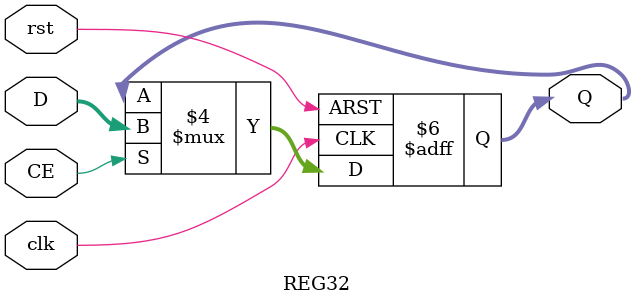
<source format=v>
`timescale 1ns / 1ps


module REG32(
    input clk,
    input rst,
    input CE,
    input [31: 0] D,
    output reg [31: 0] Q
    );

    always @(posedge clk or posedge rst) begin
        if (rst == 1) Q <= 32'b0;
        else if (CE == 1) Q <= D;
    end
endmodule

</source>
